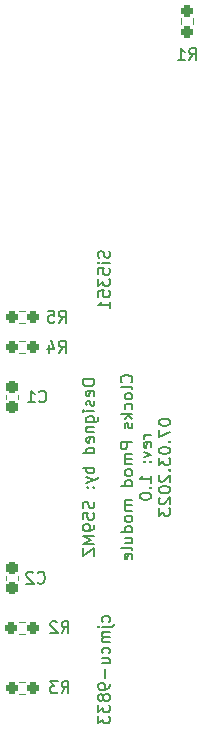
<source format=gbo>
G04 #@! TF.GenerationSoftware,KiCad,Pcbnew,6.0.9-8da3e8f707~116~ubuntu20.04.1*
G04 #@! TF.CreationDate,2023-03-08T00:07:42+01:00*
G04 #@! TF.ProjectId,clocks_pmod,636c6f63-6b73-45f7-906d-6f642e6b6963,rev?*
G04 #@! TF.SameCoordinates,Original*
G04 #@! TF.FileFunction,Legend,Bot*
G04 #@! TF.FilePolarity,Positive*
%FSLAX46Y46*%
G04 Gerber Fmt 4.6, Leading zero omitted, Abs format (unit mm)*
G04 Created by KiCad (PCBNEW 6.0.9-8da3e8f707~116~ubuntu20.04.1) date 2023-03-08 00:07:42*
%MOMM*%
%LPD*%
G01*
G04 APERTURE LIST*
G04 Aperture macros list*
%AMRoundRect*
0 Rectangle with rounded corners*
0 $1 Rounding radius*
0 $2 $3 $4 $5 $6 $7 $8 $9 X,Y pos of 4 corners*
0 Add a 4 corners polygon primitive as box body*
4,1,4,$2,$3,$4,$5,$6,$7,$8,$9,$2,$3,0*
0 Add four circle primitives for the rounded corners*
1,1,$1+$1,$2,$3*
1,1,$1+$1,$4,$5*
1,1,$1+$1,$6,$7*
1,1,$1+$1,$8,$9*
0 Add four rect primitives between the rounded corners*
20,1,$1+$1,$2,$3,$4,$5,0*
20,1,$1+$1,$4,$5,$6,$7,0*
20,1,$1+$1,$6,$7,$8,$9,0*
20,1,$1+$1,$8,$9,$2,$3,0*%
G04 Aperture macros list end*
%ADD10C,0.150000*%
%ADD11C,0.120000*%
%ADD12C,2.500000*%
%ADD13R,1.700000X1.700000*%
%ADD14C,1.700000*%
%ADD15C,3.000000*%
%ADD16O,1.700000X1.700000*%
%ADD17RoundRect,0.237500X0.250000X0.237500X-0.250000X0.237500X-0.250000X-0.237500X0.250000X-0.237500X0*%
%ADD18RoundRect,0.237500X0.237500X-0.300000X0.237500X0.300000X-0.237500X0.300000X-0.237500X-0.300000X0*%
%ADD19RoundRect,0.237500X0.237500X-0.250000X0.237500X0.250000X-0.237500X0.250000X-0.237500X-0.250000X0*%
%ADD20RoundRect,0.237500X-0.237500X0.300000X-0.237500X-0.300000X0.237500X-0.300000X0.237500X0.300000X0*%
G04 APERTURE END LIST*
D10*
X92479761Y-123563571D02*
X92527380Y-123468333D01*
X92527380Y-123277857D01*
X92479761Y-123182619D01*
X92432142Y-123135000D01*
X92336904Y-123087380D01*
X92051190Y-123087380D01*
X91955952Y-123135000D01*
X91908333Y-123182619D01*
X91860714Y-123277857D01*
X91860714Y-123468333D01*
X91908333Y-123563571D01*
X91860714Y-123992142D02*
X92717857Y-123992142D01*
X92813095Y-123944523D01*
X92860714Y-123849285D01*
X92860714Y-123801666D01*
X91527380Y-123992142D02*
X91575000Y-123944523D01*
X91622619Y-123992142D01*
X91575000Y-124039761D01*
X91527380Y-123992142D01*
X91622619Y-123992142D01*
X92527380Y-124468333D02*
X91860714Y-124468333D01*
X91955952Y-124468333D02*
X91908333Y-124515952D01*
X91860714Y-124611190D01*
X91860714Y-124754047D01*
X91908333Y-124849285D01*
X92003571Y-124896904D01*
X92527380Y-124896904D01*
X92003571Y-124896904D02*
X91908333Y-124944523D01*
X91860714Y-125039761D01*
X91860714Y-125182619D01*
X91908333Y-125277857D01*
X92003571Y-125325476D01*
X92527380Y-125325476D01*
X92479761Y-126230238D02*
X92527380Y-126135000D01*
X92527380Y-125944523D01*
X92479761Y-125849285D01*
X92432142Y-125801666D01*
X92336904Y-125754047D01*
X92051190Y-125754047D01*
X91955952Y-125801666D01*
X91908333Y-125849285D01*
X91860714Y-125944523D01*
X91860714Y-126135000D01*
X91908333Y-126230238D01*
X91860714Y-127087380D02*
X92527380Y-127087380D01*
X91860714Y-126658809D02*
X92384523Y-126658809D01*
X92479761Y-126706428D01*
X92527380Y-126801666D01*
X92527380Y-126944523D01*
X92479761Y-127039761D01*
X92432142Y-127087380D01*
X92146428Y-127563571D02*
X92146428Y-128325476D01*
X92527380Y-128849285D02*
X92527380Y-129039761D01*
X92479761Y-129135000D01*
X92432142Y-129182619D01*
X92289285Y-129277857D01*
X92098809Y-129325476D01*
X91717857Y-129325476D01*
X91622619Y-129277857D01*
X91575000Y-129230238D01*
X91527380Y-129135000D01*
X91527380Y-128944523D01*
X91575000Y-128849285D01*
X91622619Y-128801666D01*
X91717857Y-128754047D01*
X91955952Y-128754047D01*
X92051190Y-128801666D01*
X92098809Y-128849285D01*
X92146428Y-128944523D01*
X92146428Y-129135000D01*
X92098809Y-129230238D01*
X92051190Y-129277857D01*
X91955952Y-129325476D01*
X91955952Y-129896904D02*
X91908333Y-129801666D01*
X91860714Y-129754047D01*
X91765476Y-129706428D01*
X91717857Y-129706428D01*
X91622619Y-129754047D01*
X91575000Y-129801666D01*
X91527380Y-129896904D01*
X91527380Y-130087380D01*
X91575000Y-130182619D01*
X91622619Y-130230238D01*
X91717857Y-130277857D01*
X91765476Y-130277857D01*
X91860714Y-130230238D01*
X91908333Y-130182619D01*
X91955952Y-130087380D01*
X91955952Y-129896904D01*
X92003571Y-129801666D01*
X92051190Y-129754047D01*
X92146428Y-129706428D01*
X92336904Y-129706428D01*
X92432142Y-129754047D01*
X92479761Y-129801666D01*
X92527380Y-129896904D01*
X92527380Y-130087380D01*
X92479761Y-130182619D01*
X92432142Y-130230238D01*
X92336904Y-130277857D01*
X92146428Y-130277857D01*
X92051190Y-130230238D01*
X92003571Y-130182619D01*
X91955952Y-130087380D01*
X91527380Y-130611190D02*
X91527380Y-131230238D01*
X91908333Y-130896904D01*
X91908333Y-131039761D01*
X91955952Y-131135000D01*
X92003571Y-131182619D01*
X92098809Y-131230238D01*
X92336904Y-131230238D01*
X92432142Y-131182619D01*
X92479761Y-131135000D01*
X92527380Y-131039761D01*
X92527380Y-130754047D01*
X92479761Y-130658809D01*
X92432142Y-130611190D01*
X91527380Y-131563571D02*
X91527380Y-132182619D01*
X91908333Y-131849285D01*
X91908333Y-131992142D01*
X91955952Y-132087380D01*
X92003571Y-132135000D01*
X92098809Y-132182619D01*
X92336904Y-132182619D01*
X92432142Y-132135000D01*
X92479761Y-132087380D01*
X92527380Y-131992142D01*
X92527380Y-131706428D01*
X92479761Y-131611190D01*
X92432142Y-131563571D01*
X92479761Y-92186428D02*
X92527380Y-92329285D01*
X92527380Y-92567380D01*
X92479761Y-92662619D01*
X92432142Y-92710238D01*
X92336904Y-92757857D01*
X92241666Y-92757857D01*
X92146428Y-92710238D01*
X92098809Y-92662619D01*
X92051190Y-92567380D01*
X92003571Y-92376904D01*
X91955952Y-92281666D01*
X91908333Y-92234047D01*
X91813095Y-92186428D01*
X91717857Y-92186428D01*
X91622619Y-92234047D01*
X91575000Y-92281666D01*
X91527380Y-92376904D01*
X91527380Y-92615000D01*
X91575000Y-92757857D01*
X92527380Y-93186428D02*
X91860714Y-93186428D01*
X91527380Y-93186428D02*
X91575000Y-93138809D01*
X91622619Y-93186428D01*
X91575000Y-93234047D01*
X91527380Y-93186428D01*
X91622619Y-93186428D01*
X91527380Y-94138809D02*
X91527380Y-93662619D01*
X92003571Y-93615000D01*
X91955952Y-93662619D01*
X91908333Y-93757857D01*
X91908333Y-93995952D01*
X91955952Y-94091190D01*
X92003571Y-94138809D01*
X92098809Y-94186428D01*
X92336904Y-94186428D01*
X92432142Y-94138809D01*
X92479761Y-94091190D01*
X92527380Y-93995952D01*
X92527380Y-93757857D01*
X92479761Y-93662619D01*
X92432142Y-93615000D01*
X91527380Y-94519761D02*
X91527380Y-95138809D01*
X91908333Y-94805476D01*
X91908333Y-94948333D01*
X91955952Y-95043571D01*
X92003571Y-95091190D01*
X92098809Y-95138809D01*
X92336904Y-95138809D01*
X92432142Y-95091190D01*
X92479761Y-95043571D01*
X92527380Y-94948333D01*
X92527380Y-94662619D01*
X92479761Y-94567380D01*
X92432142Y-94519761D01*
X91527380Y-96043571D02*
X91527380Y-95567380D01*
X92003571Y-95519761D01*
X91955952Y-95567380D01*
X91908333Y-95662619D01*
X91908333Y-95900714D01*
X91955952Y-95995952D01*
X92003571Y-96043571D01*
X92098809Y-96091190D01*
X92336904Y-96091190D01*
X92432142Y-96043571D01*
X92479761Y-95995952D01*
X92527380Y-95900714D01*
X92527380Y-95662619D01*
X92479761Y-95567380D01*
X92432142Y-95519761D01*
X92527380Y-97043571D02*
X92527380Y-96472142D01*
X92527380Y-96757857D02*
X91527380Y-96757857D01*
X91670238Y-96662619D01*
X91765476Y-96567380D01*
X91813095Y-96472142D01*
X91212380Y-103061428D02*
X90212380Y-103061428D01*
X90212380Y-103299523D01*
X90260000Y-103442380D01*
X90355238Y-103537619D01*
X90450476Y-103585238D01*
X90640952Y-103632857D01*
X90783809Y-103632857D01*
X90974285Y-103585238D01*
X91069523Y-103537619D01*
X91164761Y-103442380D01*
X91212380Y-103299523D01*
X91212380Y-103061428D01*
X91164761Y-104442380D02*
X91212380Y-104347142D01*
X91212380Y-104156666D01*
X91164761Y-104061428D01*
X91069523Y-104013809D01*
X90688571Y-104013809D01*
X90593333Y-104061428D01*
X90545714Y-104156666D01*
X90545714Y-104347142D01*
X90593333Y-104442380D01*
X90688571Y-104490000D01*
X90783809Y-104490000D01*
X90879047Y-104013809D01*
X91164761Y-104870952D02*
X91212380Y-104966190D01*
X91212380Y-105156666D01*
X91164761Y-105251904D01*
X91069523Y-105299523D01*
X91021904Y-105299523D01*
X90926666Y-105251904D01*
X90879047Y-105156666D01*
X90879047Y-105013809D01*
X90831428Y-104918571D01*
X90736190Y-104870952D01*
X90688571Y-104870952D01*
X90593333Y-104918571D01*
X90545714Y-105013809D01*
X90545714Y-105156666D01*
X90593333Y-105251904D01*
X91212380Y-105728095D02*
X90545714Y-105728095D01*
X90212380Y-105728095D02*
X90260000Y-105680476D01*
X90307619Y-105728095D01*
X90260000Y-105775714D01*
X90212380Y-105728095D01*
X90307619Y-105728095D01*
X90545714Y-106632857D02*
X91355238Y-106632857D01*
X91450476Y-106585238D01*
X91498095Y-106537619D01*
X91545714Y-106442380D01*
X91545714Y-106299523D01*
X91498095Y-106204285D01*
X91164761Y-106632857D02*
X91212380Y-106537619D01*
X91212380Y-106347142D01*
X91164761Y-106251904D01*
X91117142Y-106204285D01*
X91021904Y-106156666D01*
X90736190Y-106156666D01*
X90640952Y-106204285D01*
X90593333Y-106251904D01*
X90545714Y-106347142D01*
X90545714Y-106537619D01*
X90593333Y-106632857D01*
X90545714Y-107109047D02*
X91212380Y-107109047D01*
X90640952Y-107109047D02*
X90593333Y-107156666D01*
X90545714Y-107251904D01*
X90545714Y-107394761D01*
X90593333Y-107490000D01*
X90688571Y-107537619D01*
X91212380Y-107537619D01*
X91164761Y-108394761D02*
X91212380Y-108299523D01*
X91212380Y-108109047D01*
X91164761Y-108013809D01*
X91069523Y-107966190D01*
X90688571Y-107966190D01*
X90593333Y-108013809D01*
X90545714Y-108109047D01*
X90545714Y-108299523D01*
X90593333Y-108394761D01*
X90688571Y-108442380D01*
X90783809Y-108442380D01*
X90879047Y-107966190D01*
X91212380Y-109299523D02*
X90212380Y-109299523D01*
X91164761Y-109299523D02*
X91212380Y-109204285D01*
X91212380Y-109013809D01*
X91164761Y-108918571D01*
X91117142Y-108870952D01*
X91021904Y-108823333D01*
X90736190Y-108823333D01*
X90640952Y-108870952D01*
X90593333Y-108918571D01*
X90545714Y-109013809D01*
X90545714Y-109204285D01*
X90593333Y-109299523D01*
X91212380Y-110537619D02*
X90212380Y-110537619D01*
X90593333Y-110537619D02*
X90545714Y-110632857D01*
X90545714Y-110823333D01*
X90593333Y-110918571D01*
X90640952Y-110966190D01*
X90736190Y-111013809D01*
X91021904Y-111013809D01*
X91117142Y-110966190D01*
X91164761Y-110918571D01*
X91212380Y-110823333D01*
X91212380Y-110632857D01*
X91164761Y-110537619D01*
X90545714Y-111347142D02*
X91212380Y-111585238D01*
X90545714Y-111823333D02*
X91212380Y-111585238D01*
X91450476Y-111490000D01*
X91498095Y-111442380D01*
X91545714Y-111347142D01*
X91117142Y-112204285D02*
X91164761Y-112251904D01*
X91212380Y-112204285D01*
X91164761Y-112156666D01*
X91117142Y-112204285D01*
X91212380Y-112204285D01*
X90593333Y-112204285D02*
X90640952Y-112251904D01*
X90688571Y-112204285D01*
X90640952Y-112156666D01*
X90593333Y-112204285D01*
X90688571Y-112204285D01*
X91164761Y-113394761D02*
X91212380Y-113537619D01*
X91212380Y-113775714D01*
X91164761Y-113870952D01*
X91117142Y-113918571D01*
X91021904Y-113966190D01*
X90926666Y-113966190D01*
X90831428Y-113918571D01*
X90783809Y-113870952D01*
X90736190Y-113775714D01*
X90688571Y-113585238D01*
X90640952Y-113490000D01*
X90593333Y-113442380D01*
X90498095Y-113394761D01*
X90402857Y-113394761D01*
X90307619Y-113442380D01*
X90260000Y-113490000D01*
X90212380Y-113585238D01*
X90212380Y-113823333D01*
X90260000Y-113966190D01*
X90212380Y-114870952D02*
X90212380Y-114394761D01*
X90688571Y-114347142D01*
X90640952Y-114394761D01*
X90593333Y-114490000D01*
X90593333Y-114728095D01*
X90640952Y-114823333D01*
X90688571Y-114870952D01*
X90783809Y-114918571D01*
X91021904Y-114918571D01*
X91117142Y-114870952D01*
X91164761Y-114823333D01*
X91212380Y-114728095D01*
X91212380Y-114490000D01*
X91164761Y-114394761D01*
X91117142Y-114347142D01*
X91212380Y-115394761D02*
X91212380Y-115585238D01*
X91164761Y-115680476D01*
X91117142Y-115728095D01*
X90974285Y-115823333D01*
X90783809Y-115870952D01*
X90402857Y-115870952D01*
X90307619Y-115823333D01*
X90260000Y-115775714D01*
X90212380Y-115680476D01*
X90212380Y-115490000D01*
X90260000Y-115394761D01*
X90307619Y-115347142D01*
X90402857Y-115299523D01*
X90640952Y-115299523D01*
X90736190Y-115347142D01*
X90783809Y-115394761D01*
X90831428Y-115490000D01*
X90831428Y-115680476D01*
X90783809Y-115775714D01*
X90736190Y-115823333D01*
X90640952Y-115870952D01*
X91212380Y-116299523D02*
X90212380Y-116299523D01*
X90926666Y-116632857D01*
X90212380Y-116966190D01*
X91212380Y-116966190D01*
X90212380Y-117347142D02*
X90212380Y-118013809D01*
X91212380Y-117347142D01*
X91212380Y-118013809D01*
X94337142Y-103299523D02*
X94384761Y-103251904D01*
X94432380Y-103109047D01*
X94432380Y-103013809D01*
X94384761Y-102870952D01*
X94289523Y-102775714D01*
X94194285Y-102728095D01*
X94003809Y-102680476D01*
X93860952Y-102680476D01*
X93670476Y-102728095D01*
X93575238Y-102775714D01*
X93480000Y-102870952D01*
X93432380Y-103013809D01*
X93432380Y-103109047D01*
X93480000Y-103251904D01*
X93527619Y-103299523D01*
X94432380Y-103870952D02*
X94384761Y-103775714D01*
X94289523Y-103728095D01*
X93432380Y-103728095D01*
X94432380Y-104394761D02*
X94384761Y-104299523D01*
X94337142Y-104251904D01*
X94241904Y-104204285D01*
X93956190Y-104204285D01*
X93860952Y-104251904D01*
X93813333Y-104299523D01*
X93765714Y-104394761D01*
X93765714Y-104537619D01*
X93813333Y-104632857D01*
X93860952Y-104680476D01*
X93956190Y-104728095D01*
X94241904Y-104728095D01*
X94337142Y-104680476D01*
X94384761Y-104632857D01*
X94432380Y-104537619D01*
X94432380Y-104394761D01*
X94384761Y-105585238D02*
X94432380Y-105490000D01*
X94432380Y-105299523D01*
X94384761Y-105204285D01*
X94337142Y-105156666D01*
X94241904Y-105109047D01*
X93956190Y-105109047D01*
X93860952Y-105156666D01*
X93813333Y-105204285D01*
X93765714Y-105299523D01*
X93765714Y-105490000D01*
X93813333Y-105585238D01*
X94432380Y-106013809D02*
X93432380Y-106013809D01*
X94051428Y-106109047D02*
X94432380Y-106394761D01*
X93765714Y-106394761D02*
X94146666Y-106013809D01*
X94384761Y-106775714D02*
X94432380Y-106870952D01*
X94432380Y-107061428D01*
X94384761Y-107156666D01*
X94289523Y-107204285D01*
X94241904Y-107204285D01*
X94146666Y-107156666D01*
X94099047Y-107061428D01*
X94099047Y-106918571D01*
X94051428Y-106823333D01*
X93956190Y-106775714D01*
X93908571Y-106775714D01*
X93813333Y-106823333D01*
X93765714Y-106918571D01*
X93765714Y-107061428D01*
X93813333Y-107156666D01*
X94432380Y-108394761D02*
X93432380Y-108394761D01*
X93432380Y-108775714D01*
X93480000Y-108870952D01*
X93527619Y-108918571D01*
X93622857Y-108966190D01*
X93765714Y-108966190D01*
X93860952Y-108918571D01*
X93908571Y-108870952D01*
X93956190Y-108775714D01*
X93956190Y-108394761D01*
X94432380Y-109394761D02*
X93765714Y-109394761D01*
X93860952Y-109394761D02*
X93813333Y-109442380D01*
X93765714Y-109537619D01*
X93765714Y-109680476D01*
X93813333Y-109775714D01*
X93908571Y-109823333D01*
X94432380Y-109823333D01*
X93908571Y-109823333D02*
X93813333Y-109870952D01*
X93765714Y-109966190D01*
X93765714Y-110109047D01*
X93813333Y-110204285D01*
X93908571Y-110251904D01*
X94432380Y-110251904D01*
X94432380Y-110870952D02*
X94384761Y-110775714D01*
X94337142Y-110728095D01*
X94241904Y-110680476D01*
X93956190Y-110680476D01*
X93860952Y-110728095D01*
X93813333Y-110775714D01*
X93765714Y-110870952D01*
X93765714Y-111013809D01*
X93813333Y-111109047D01*
X93860952Y-111156666D01*
X93956190Y-111204285D01*
X94241904Y-111204285D01*
X94337142Y-111156666D01*
X94384761Y-111109047D01*
X94432380Y-111013809D01*
X94432380Y-110870952D01*
X94432380Y-112061428D02*
X93432380Y-112061428D01*
X94384761Y-112061428D02*
X94432380Y-111966190D01*
X94432380Y-111775714D01*
X94384761Y-111680476D01*
X94337142Y-111632857D01*
X94241904Y-111585238D01*
X93956190Y-111585238D01*
X93860952Y-111632857D01*
X93813333Y-111680476D01*
X93765714Y-111775714D01*
X93765714Y-111966190D01*
X93813333Y-112061428D01*
X94432380Y-113299523D02*
X93765714Y-113299523D01*
X93860952Y-113299523D02*
X93813333Y-113347142D01*
X93765714Y-113442380D01*
X93765714Y-113585238D01*
X93813333Y-113680476D01*
X93908571Y-113728095D01*
X94432380Y-113728095D01*
X93908571Y-113728095D02*
X93813333Y-113775714D01*
X93765714Y-113870952D01*
X93765714Y-114013809D01*
X93813333Y-114109047D01*
X93908571Y-114156666D01*
X94432380Y-114156666D01*
X94432380Y-114775714D02*
X94384761Y-114680476D01*
X94337142Y-114632857D01*
X94241904Y-114585238D01*
X93956190Y-114585238D01*
X93860952Y-114632857D01*
X93813333Y-114680476D01*
X93765714Y-114775714D01*
X93765714Y-114918571D01*
X93813333Y-115013809D01*
X93860952Y-115061428D01*
X93956190Y-115109047D01*
X94241904Y-115109047D01*
X94337142Y-115061428D01*
X94384761Y-115013809D01*
X94432380Y-114918571D01*
X94432380Y-114775714D01*
X94432380Y-115966190D02*
X93432380Y-115966190D01*
X94384761Y-115966190D02*
X94432380Y-115870952D01*
X94432380Y-115680476D01*
X94384761Y-115585238D01*
X94337142Y-115537619D01*
X94241904Y-115490000D01*
X93956190Y-115490000D01*
X93860952Y-115537619D01*
X93813333Y-115585238D01*
X93765714Y-115680476D01*
X93765714Y-115870952D01*
X93813333Y-115966190D01*
X93765714Y-116870952D02*
X94432380Y-116870952D01*
X93765714Y-116442380D02*
X94289523Y-116442380D01*
X94384761Y-116490000D01*
X94432380Y-116585238D01*
X94432380Y-116728095D01*
X94384761Y-116823333D01*
X94337142Y-116870952D01*
X94432380Y-117490000D02*
X94384761Y-117394761D01*
X94289523Y-117347142D01*
X93432380Y-117347142D01*
X94384761Y-118251904D02*
X94432380Y-118156666D01*
X94432380Y-117966190D01*
X94384761Y-117870952D01*
X94289523Y-117823333D01*
X93908571Y-117823333D01*
X93813333Y-117870952D01*
X93765714Y-117966190D01*
X93765714Y-118156666D01*
X93813333Y-118251904D01*
X93908571Y-118299523D01*
X94003809Y-118299523D01*
X94099047Y-117823333D01*
X96042380Y-107799523D02*
X95375714Y-107799523D01*
X95566190Y-107799523D02*
X95470952Y-107847142D01*
X95423333Y-107894761D01*
X95375714Y-107990000D01*
X95375714Y-108085238D01*
X95994761Y-108799523D02*
X96042380Y-108704285D01*
X96042380Y-108513809D01*
X95994761Y-108418571D01*
X95899523Y-108370952D01*
X95518571Y-108370952D01*
X95423333Y-108418571D01*
X95375714Y-108513809D01*
X95375714Y-108704285D01*
X95423333Y-108799523D01*
X95518571Y-108847142D01*
X95613809Y-108847142D01*
X95709047Y-108370952D01*
X95375714Y-109180476D02*
X96042380Y-109418571D01*
X95375714Y-109656666D01*
X95947142Y-110037619D02*
X95994761Y-110085238D01*
X96042380Y-110037619D01*
X95994761Y-109990000D01*
X95947142Y-110037619D01*
X96042380Y-110037619D01*
X95423333Y-110037619D02*
X95470952Y-110085238D01*
X95518571Y-110037619D01*
X95470952Y-109990000D01*
X95423333Y-110037619D01*
X95518571Y-110037619D01*
X96042380Y-111799523D02*
X96042380Y-111228095D01*
X96042380Y-111513809D02*
X95042380Y-111513809D01*
X95185238Y-111418571D01*
X95280476Y-111323333D01*
X95328095Y-111228095D01*
X95947142Y-112228095D02*
X95994761Y-112275714D01*
X96042380Y-112228095D01*
X95994761Y-112180476D01*
X95947142Y-112228095D01*
X96042380Y-112228095D01*
X95042380Y-112894761D02*
X95042380Y-112990000D01*
X95090000Y-113085238D01*
X95137619Y-113132857D01*
X95232857Y-113180476D01*
X95423333Y-113228095D01*
X95661428Y-113228095D01*
X95851904Y-113180476D01*
X95947142Y-113132857D01*
X95994761Y-113085238D01*
X96042380Y-112990000D01*
X96042380Y-112894761D01*
X95994761Y-112799523D01*
X95947142Y-112751904D01*
X95851904Y-112704285D01*
X95661428Y-112656666D01*
X95423333Y-112656666D01*
X95232857Y-112704285D01*
X95137619Y-112751904D01*
X95090000Y-112799523D01*
X95042380Y-112894761D01*
X96652380Y-106632857D02*
X96652380Y-106728095D01*
X96700000Y-106823333D01*
X96747619Y-106870952D01*
X96842857Y-106918571D01*
X97033333Y-106966190D01*
X97271428Y-106966190D01*
X97461904Y-106918571D01*
X97557142Y-106870952D01*
X97604761Y-106823333D01*
X97652380Y-106728095D01*
X97652380Y-106632857D01*
X97604761Y-106537619D01*
X97557142Y-106490000D01*
X97461904Y-106442380D01*
X97271428Y-106394761D01*
X97033333Y-106394761D01*
X96842857Y-106442380D01*
X96747619Y-106490000D01*
X96700000Y-106537619D01*
X96652380Y-106632857D01*
X96652380Y-107299523D02*
X96652380Y-107966190D01*
X97652380Y-107537619D01*
X97557142Y-108347142D02*
X97604761Y-108394761D01*
X97652380Y-108347142D01*
X97604761Y-108299523D01*
X97557142Y-108347142D01*
X97652380Y-108347142D01*
X96652380Y-109013809D02*
X96652380Y-109109047D01*
X96700000Y-109204285D01*
X96747619Y-109251904D01*
X96842857Y-109299523D01*
X97033333Y-109347142D01*
X97271428Y-109347142D01*
X97461904Y-109299523D01*
X97557142Y-109251904D01*
X97604761Y-109204285D01*
X97652380Y-109109047D01*
X97652380Y-109013809D01*
X97604761Y-108918571D01*
X97557142Y-108870952D01*
X97461904Y-108823333D01*
X97271428Y-108775714D01*
X97033333Y-108775714D01*
X96842857Y-108823333D01*
X96747619Y-108870952D01*
X96700000Y-108918571D01*
X96652380Y-109013809D01*
X96652380Y-109680476D02*
X96652380Y-110299523D01*
X97033333Y-109966190D01*
X97033333Y-110109047D01*
X97080952Y-110204285D01*
X97128571Y-110251904D01*
X97223809Y-110299523D01*
X97461904Y-110299523D01*
X97557142Y-110251904D01*
X97604761Y-110204285D01*
X97652380Y-110109047D01*
X97652380Y-109823333D01*
X97604761Y-109728095D01*
X97557142Y-109680476D01*
X97557142Y-110728095D02*
X97604761Y-110775714D01*
X97652380Y-110728095D01*
X97604761Y-110680476D01*
X97557142Y-110728095D01*
X97652380Y-110728095D01*
X96747619Y-111156666D02*
X96700000Y-111204285D01*
X96652380Y-111299523D01*
X96652380Y-111537619D01*
X96700000Y-111632857D01*
X96747619Y-111680476D01*
X96842857Y-111728095D01*
X96938095Y-111728095D01*
X97080952Y-111680476D01*
X97652380Y-111109047D01*
X97652380Y-111728095D01*
X96652380Y-112347142D02*
X96652380Y-112442380D01*
X96700000Y-112537619D01*
X96747619Y-112585238D01*
X96842857Y-112632857D01*
X97033333Y-112680476D01*
X97271428Y-112680476D01*
X97461904Y-112632857D01*
X97557142Y-112585238D01*
X97604761Y-112537619D01*
X97652380Y-112442380D01*
X97652380Y-112347142D01*
X97604761Y-112251904D01*
X97557142Y-112204285D01*
X97461904Y-112156666D01*
X97271428Y-112109047D01*
X97033333Y-112109047D01*
X96842857Y-112156666D01*
X96747619Y-112204285D01*
X96700000Y-112251904D01*
X96652380Y-112347142D01*
X96747619Y-113061428D02*
X96700000Y-113109047D01*
X96652380Y-113204285D01*
X96652380Y-113442380D01*
X96700000Y-113537619D01*
X96747619Y-113585238D01*
X96842857Y-113632857D01*
X96938095Y-113632857D01*
X97080952Y-113585238D01*
X97652380Y-113013809D01*
X97652380Y-113632857D01*
X96652380Y-113966190D02*
X96652380Y-114585238D01*
X97033333Y-114251904D01*
X97033333Y-114394761D01*
X97080952Y-114490000D01*
X97128571Y-114537619D01*
X97223809Y-114585238D01*
X97461904Y-114585238D01*
X97557142Y-114537619D01*
X97604761Y-114490000D01*
X97652380Y-114394761D01*
X97652380Y-114109047D01*
X97604761Y-114013809D01*
X97557142Y-113966190D01*
X88431666Y-124531380D02*
X88765000Y-124055190D01*
X89003095Y-124531380D02*
X89003095Y-123531380D01*
X88622142Y-123531380D01*
X88526904Y-123579000D01*
X88479285Y-123626619D01*
X88431666Y-123721857D01*
X88431666Y-123864714D01*
X88479285Y-123959952D01*
X88526904Y-124007571D01*
X88622142Y-124055190D01*
X89003095Y-124055190D01*
X88050714Y-123626619D02*
X88003095Y-123579000D01*
X87907857Y-123531380D01*
X87669761Y-123531380D01*
X87574523Y-123579000D01*
X87526904Y-123626619D01*
X87479285Y-123721857D01*
X87479285Y-123817095D01*
X87526904Y-123959952D01*
X88098333Y-124531380D01*
X87479285Y-124531380D01*
X88201166Y-100782380D02*
X88534500Y-100306190D01*
X88772595Y-100782380D02*
X88772595Y-99782380D01*
X88391642Y-99782380D01*
X88296404Y-99830000D01*
X88248785Y-99877619D01*
X88201166Y-99972857D01*
X88201166Y-100115714D01*
X88248785Y-100210952D01*
X88296404Y-100258571D01*
X88391642Y-100306190D01*
X88772595Y-100306190D01*
X87344023Y-100115714D02*
X87344023Y-100782380D01*
X87582119Y-99734761D02*
X87820214Y-100449047D01*
X87201166Y-100449047D01*
X86526666Y-104904642D02*
X86574285Y-104952261D01*
X86717142Y-104999880D01*
X86812380Y-104999880D01*
X86955238Y-104952261D01*
X87050476Y-104857023D01*
X87098095Y-104761785D01*
X87145714Y-104571309D01*
X87145714Y-104428452D01*
X87098095Y-104237976D01*
X87050476Y-104142738D01*
X86955238Y-104047500D01*
X86812380Y-103999880D01*
X86717142Y-103999880D01*
X86574285Y-104047500D01*
X86526666Y-104095119D01*
X85574285Y-104999880D02*
X86145714Y-104999880D01*
X85860000Y-104999880D02*
X85860000Y-103999880D01*
X85955238Y-104142738D01*
X86050476Y-104237976D01*
X86145714Y-104285595D01*
X88201166Y-98242380D02*
X88534500Y-97766190D01*
X88772595Y-98242380D02*
X88772595Y-97242380D01*
X88391642Y-97242380D01*
X88296404Y-97290000D01*
X88248785Y-97337619D01*
X88201166Y-97432857D01*
X88201166Y-97575714D01*
X88248785Y-97670952D01*
X88296404Y-97718571D01*
X88391642Y-97766190D01*
X88772595Y-97766190D01*
X87296404Y-97242380D02*
X87772595Y-97242380D01*
X87820214Y-97718571D01*
X87772595Y-97670952D01*
X87677357Y-97623333D01*
X87439261Y-97623333D01*
X87344023Y-97670952D01*
X87296404Y-97718571D01*
X87248785Y-97813809D01*
X87248785Y-98051904D01*
X87296404Y-98147142D01*
X87344023Y-98194761D01*
X87439261Y-98242380D01*
X87677357Y-98242380D01*
X87772595Y-98194761D01*
X87820214Y-98147142D01*
X88431666Y-129611380D02*
X88765000Y-129135190D01*
X89003095Y-129611380D02*
X89003095Y-128611380D01*
X88622142Y-128611380D01*
X88526904Y-128659000D01*
X88479285Y-128706619D01*
X88431666Y-128801857D01*
X88431666Y-128944714D01*
X88479285Y-129039952D01*
X88526904Y-129087571D01*
X88622142Y-129135190D01*
X89003095Y-129135190D01*
X88098333Y-128611380D02*
X87479285Y-128611380D01*
X87812619Y-128992333D01*
X87669761Y-128992333D01*
X87574523Y-129039952D01*
X87526904Y-129087571D01*
X87479285Y-129182809D01*
X87479285Y-129420904D01*
X87526904Y-129516142D01*
X87574523Y-129563761D01*
X87669761Y-129611380D01*
X87955476Y-129611380D01*
X88050714Y-129563761D01*
X88098333Y-129516142D01*
X99226666Y-76017380D02*
X99560000Y-75541190D01*
X99798095Y-76017380D02*
X99798095Y-75017380D01*
X99417142Y-75017380D01*
X99321904Y-75065000D01*
X99274285Y-75112619D01*
X99226666Y-75207857D01*
X99226666Y-75350714D01*
X99274285Y-75445952D01*
X99321904Y-75493571D01*
X99417142Y-75541190D01*
X99798095Y-75541190D01*
X98274285Y-76017380D02*
X98845714Y-76017380D01*
X98560000Y-76017380D02*
X98560000Y-75017380D01*
X98655238Y-75160238D01*
X98750476Y-75255476D01*
X98845714Y-75303095D01*
X86399666Y-120245142D02*
X86447285Y-120292761D01*
X86590142Y-120340380D01*
X86685380Y-120340380D01*
X86828238Y-120292761D01*
X86923476Y-120197523D01*
X86971095Y-120102285D01*
X87018714Y-119911809D01*
X87018714Y-119768952D01*
X86971095Y-119578476D01*
X86923476Y-119483238D01*
X86828238Y-119388000D01*
X86685380Y-119340380D01*
X86590142Y-119340380D01*
X86447285Y-119388000D01*
X86399666Y-119435619D01*
X86018714Y-119435619D02*
X85971095Y-119388000D01*
X85875857Y-119340380D01*
X85637761Y-119340380D01*
X85542523Y-119388000D01*
X85494904Y-119435619D01*
X85447285Y-119530857D01*
X85447285Y-119626095D01*
X85494904Y-119768952D01*
X86066333Y-120340380D01*
X85447285Y-120340380D01*
D11*
X85344724Y-124601500D02*
X84835276Y-124601500D01*
X85344724Y-123556500D02*
X84835276Y-123556500D01*
X85368224Y-99807500D02*
X84858776Y-99807500D01*
X85368224Y-100852500D02*
X84858776Y-100852500D01*
X84711000Y-104693767D02*
X84711000Y-104401233D01*
X83691000Y-104693767D02*
X83691000Y-104401233D01*
X85368224Y-98312500D02*
X84858776Y-98312500D01*
X85368224Y-97267500D02*
X84858776Y-97267500D01*
X85368224Y-129681500D02*
X84858776Y-129681500D01*
X85368224Y-128636500D02*
X84858776Y-128636500D01*
X98537500Y-73002224D02*
X98537500Y-72492776D01*
X99582500Y-73002224D02*
X99582500Y-72492776D01*
X84711000Y-119715233D02*
X84711000Y-120007767D01*
X83691000Y-119715233D02*
X83691000Y-120007767D01*
%LPC*%
D12*
X81280000Y-85090000D03*
X81280000Y-110490000D03*
D13*
X81280000Y-105410000D03*
D14*
X81280000Y-102870000D03*
X81280000Y-100330000D03*
X81280000Y-97790000D03*
X81280000Y-95250000D03*
X81280000Y-92710000D03*
X81280000Y-90170000D03*
D15*
X81534000Y-135509000D03*
D13*
X80899000Y-116459000D03*
D14*
X80899000Y-118999000D03*
X80899000Y-121539000D03*
X80899000Y-124079000D03*
X80899000Y-126619000D03*
X80899000Y-129159000D03*
X80899000Y-131699000D03*
D13*
X81280000Y-73660000D03*
D16*
X81280000Y-71120000D03*
X83820000Y-73660000D03*
X83820000Y-71120000D03*
X86360000Y-73660000D03*
X86360000Y-71120000D03*
X88900000Y-73660000D03*
X88900000Y-71120000D03*
X91440000Y-73660000D03*
X91440000Y-71120000D03*
X93980000Y-73660000D03*
X93980000Y-71120000D03*
D13*
X85090000Y-78740000D03*
D16*
X82550000Y-78740000D03*
D13*
X96520000Y-78740000D03*
D16*
X93980000Y-78740000D03*
D17*
X86002500Y-124079000D03*
X84177500Y-124079000D03*
X86026000Y-100330000D03*
X84201000Y-100330000D03*
D18*
X84201000Y-105410000D03*
X84201000Y-103685000D03*
D17*
X86026000Y-97790000D03*
X84201000Y-97790000D03*
X86026000Y-129159000D03*
X84201000Y-129159000D03*
D19*
X99060000Y-73660000D03*
X99060000Y-71835000D03*
D20*
X84201000Y-118999000D03*
X84201000Y-120724000D03*
M02*

</source>
